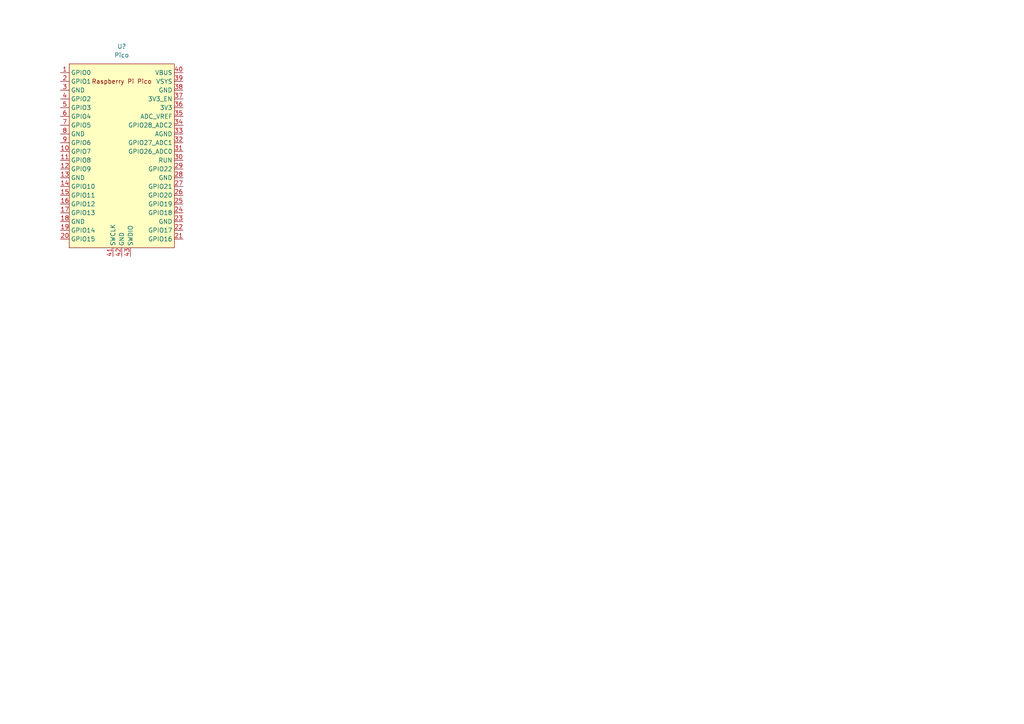
<source format=kicad_sch>
(kicad_sch (version 20211123) (generator eeschema)
  (paper "A4")
  (lib_symbols
    (symbol "MCU_RaspberryPi_and_Boards:Pico"
      (property "Reference" "U" (at -13.97 27.94 0))
      (property "Value" "Pico" (at 0 19.05 0))
      (symbol "Pico_0_0"
        (text "Raspberry Pi Pico" (at 0 21.59 0) (effects (font (size 1.27 1.27))))
      )
      (symbol "Pico_0_1"
        (rectangle (start -15.24 26.67) (end 15.24 -26.67) (fill (type background)))
      )
      (symbol "Pico_1_1"
        (pin bidirectional line (at -17.78 24.13 0) (length 2.54) (name "GPIO0") (number "1"))
        (pin bidirectional line (at -17.78 1.27 0) (length 2.54) (name "GPIO7") (number "10"))
        (pin bidirectional line (at -17.78 -1.27 0) (length 2.54) (name "GPIO8") (number "11"))
        (pin bidirectional line (at -17.78 -3.81 0) (length 2.54) (name "GPIO9") (number "12"))
        (pin power_in line (at -17.78 -6.35 0) (length 2.54) (name "GND") (number "13"))
        (pin bidirectional line (at -17.78 -8.89 0) (length 2.54) (name "GPIO10") (number "14"))
        (pin bidirectional line (at -17.78 -11.43 0) (length 2.54) (name "GPIO11") (number "15"))
        (pin bidirectional line (at -17.78 -13.97 0) (length 2.54) (name "GPIO12") (number "16"))
        (pin bidirectional line (at -17.78 -16.51 0) (length 2.54) (name "GPIO13") (number "17"))
        (pin power_in line (at -17.78 -19.05 0) (length 2.54) (name "GND") (number "18"))
        (pin bidirectional line (at -17.78 -21.59 0) (length 2.54) (name "GPIO14") (number "19"))
        (pin bidirectional line (at -17.78 21.59 0) (length 2.54) (name "GPIO1") (number "2"))
        (pin bidirectional line (at -17.78 -24.13 0) (length 2.54) (name "GPIO15") (number "20"))
        (pin bidirectional line (at 17.78 -24.13 180) (length 2.54) (name "GPIO16") (number "21"))
        (pin bidirectional line (at 17.78 -21.59 180) (length 2.54) (name "GPIO17") (number "22"))
        (pin power_in line (at 17.78 -19.05 180) (length 2.54) (name "GND") (number "23"))
        (pin bidirectional line (at 17.78 -16.51 180) (length 2.54) (name "GPIO18") (number "24"))
        (pin bidirectional line (at 17.78 -13.97 180) (length 2.54) (name "GPIO19") (number "25"))
        (pin bidirectional line (at 17.78 -11.43 180) (length 2.54) (name "GPIO20") (number "26"))
        (pin bidirectional line (at 17.78 -8.89 180) (length 2.54) (name "GPIO21") (number "27"))
        (pin power_in line (at 17.78 -6.35 180) (length 2.54) (name "GND") (number "28"))
        (pin bidirectional line (at 17.78 -3.81 180) (length 2.54) (name "GPIO22") (number "29"))
        (pin power_in line (at -17.78 19.05 0) (length 2.54) (name "GND") (number "3"))
        (pin input line (at 17.78 -1.27 180) (length 2.54) (name "RUN") (number "30"))
        (pin bidirectional line (at 17.78 1.27 180) (length 2.54) (name "GPIO26_ADC0") (number "31"))
        (pin bidirectional line (at 17.78 3.81 180) (length 2.54) (name "GPIO27_ADC1") (number "32"))
        (pin power_in line (at 17.78 6.35 180) (length 2.54) (name "AGND") (number "33"))
        (pin bidirectional line (at 17.78 8.89 180) (length 2.54) (name "GPIO28_ADC2") (number "34"))
        (pin power_in line (at 17.78 11.43 180) (length 2.54) (name "ADC_VREF") (number "35"))
        (pin power_in line (at 17.78 13.97 180) (length 2.54) (name "3V3") (number "36"))
        (pin input line (at 17.78 16.51 180) (length 2.54) (name "3V3_EN") (number "37"))
        (pin bidirectional line (at 17.78 19.05 180) (length 2.54) (name "GND") (number "38"))
        (pin power_in line (at 17.78 21.59 180) (length 2.54) (name "VSYS") (number "39"))
        (pin bidirectional line (at -17.78 16.51 0) (length 2.54) (name "GPIO2") (number "4"))
        (pin power_in line (at 17.78 24.13 180) (length 2.54) (name "VBUS") (number "40"))
        (pin input line (at -2.54 -29.21 90) (length 2.54) (name "SWCLK") (number "41"))
        (pin power_in line (at 0 -29.21 90) (length 2.54) (name "GND") (number "42"))
        (pin bidirectional line (at 2.54 -29.21 90) (length 2.54) (name "SWDIO") (number "43"))
        (pin bidirectional line (at -17.78 13.97 0) (length 2.54) (name "GPIO3") (number "5"))
        (pin bidirectional line (at -17.78 11.43 0) (length 2.54) (name "GPIO4") (number "6"))
        (pin bidirectional line (at -17.78 8.89 0) (length 2.54) (name "GPIO5") (number "7"))
        (pin power_in line (at -17.78 6.35 0) (length 2.54) (name "GND") (number "8"))
        (pin bidirectional line (at -17.78 3.81 0) (length 2.54) (name "GPIO6") (number "9"))
      )
    )
  )
  (symbol (lib_id "MCU_RaspberryPi_and_Boards:Pico") (at 35.306 45.212 0) (unit 1)
    (property "Reference" "U?" (at 35.306 13.462 0))
    (property "Value" "Pico" (at 35.306 16.002 0))
    (property "Footprint" "RPi_Pico:RPi_Pico_SMD_TH" (effects hide))
  )
)
</source>
